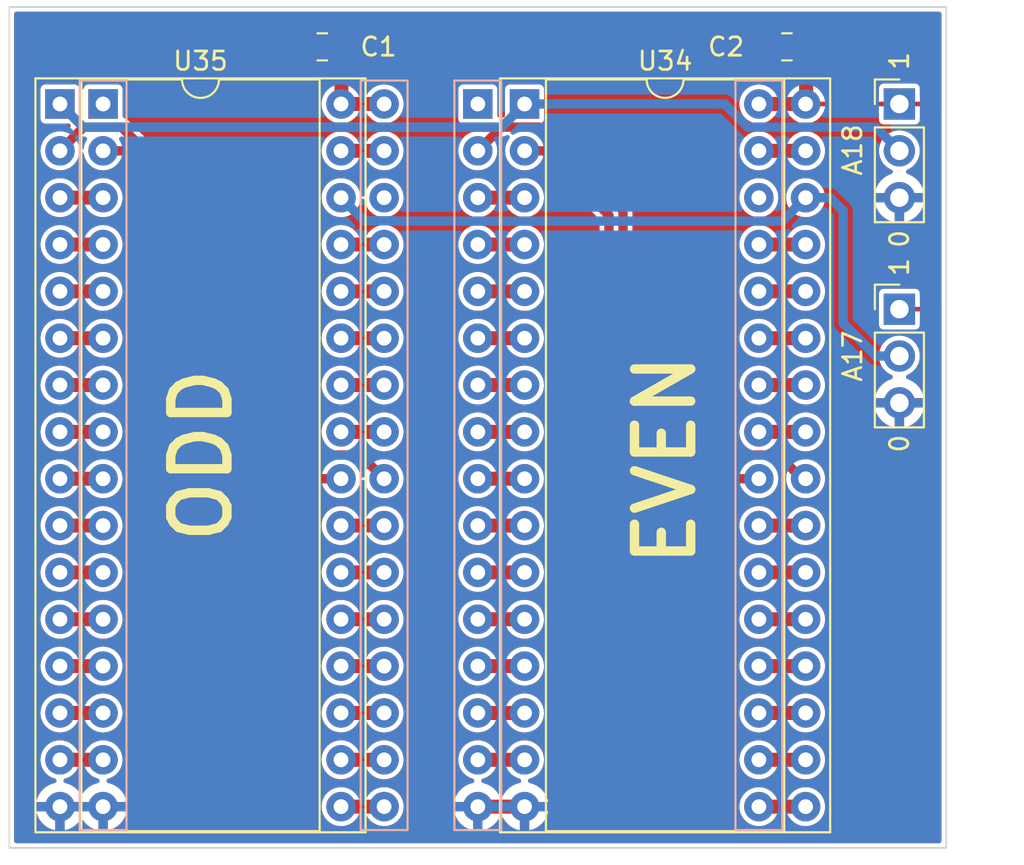
<source format=kicad_pcb>
(kicad_pcb (version 20210126) (generator pcbnew)
  (layers (0 "F.Cu" signal) (31 "B.Cu" signal) (34 "B.Paste" user) (35 "F.Paste" user) (36 "B.SilkS" user "B.Silkscreen") (37 "F.SilkS" user "F.Silkscreen") (38 "B.Mask" user) (39 "F.Mask" user) (44 "Edge.Cuts" user))
  (net 0 "")
  (net 1 "/VCC")
  (net 2 "/A_PGM")
  (net 3 "/A_D2")
  (net 5 "/A_D1")
  (net 6 "/A_A14")
  (net 7 "/A_D0")
  (net 8 "/A_A13")
  (net 9 "/A_A0")
  (net 10 "/A_A8")
  (net 11 "/A_A1")
  (net 12 "/A_A9")
  (net 13 "/A_A2")
  (net 14 "/A_A11")
  (net 15 "/A_A3")
  (net 16 "/A_A16")
  (net 17 "/A_A4")
  (net 18 "/A_A10")
  (net 19 "/A_A5")
  (net 20 "/A_CE")
  (net 21 "/A_A6")
  (net 22 "/A_D7")
  (net 23 "/A_A7")
  (net 24 "/A_D6")
  (net 25 "/A_A12")
  (net 26 "/A_D5")
  (net 27 "/A_A15")
  (net 28 "/A_D4")
  (net 29 "/A_OE")
  (net 30 "/A_D3")
  (net 32 "/A17")
  (net 33 "/A18")
  (net 34 "/B_PGM")
  (net 35 "/B_D2")
  (net 37 "/B_D1")
  (net 38 "/B_A14")
  (net 39 "/B_D0")
  (net 40 "/B_A13")
  (net 41 "/B_A0")
  (net 42 "/B_A8")
  (net 43 "/B_A1")
  (net 44 "/B_A9")
  (net 45 "/B_A2")
  (net 46 "/B_A11")
  (net 47 "/B_A3")
  (net 48 "/B_A16")
  (net 49 "/B_A4")
  (net 50 "/B_A10")
  (net 51 "/B_A5")
  (net 52 "/B_CE")
  (net 53 "/B_A6")
  (net 54 "/B_D7")
  (net 55 "/B_A7")
  (net 56 "/B_D6")
  (net 57 "/B_A12")
  (net 58 "/B_D5")
  (net 59 "/B_A15")
  (net 60 "/B_D4")
  (net 61 "/B_OE")
  (net 62 "/B_D3")
  (net 64 "GND")
  (footprint "Package_DIP:DIP-32_W15.24mm_Socket" (layer "F.Cu") (at 94.1832 47.2948)
    (fp_text reference "U35" (at 7.62 -2.33) (layer "F.SilkS"))
    (fp_text value "SST39SF040")
    (fp_line (start -1.33 39.49) (end 16.57 39.49) (layer "F.SilkS") (width 0.12))
    (fp_line (start -1.33 -1.39) (end -1.33 39.49) (layer "F.SilkS") (width 0.12))
    (fp_line (start 16.57 -1.39) (end -1.33 -1.39) (layer "F.SilkS") (width 0.12))
    (fp_line (start 16.57 39.49) (end 16.57 -1.39) (layer "F.SilkS") (width 0.12))
    (fp_line (start 14.08 39.43) (end 14.08 -1.33) (layer "F.SilkS") (width 0.12))
    (fp_line (start 1.16 39.43) (end 14.08 39.43) (layer "F.SilkS") (width 0.12))
    (fp_line (start 1.16 -1.33) (end 1.16 39.43) (layer "F.SilkS") (width 0.12))
    (fp_line (start 14.08 -1.33) (end 8.62 -1.33) (layer "F.SilkS") (width 0.12))
    (fp_line (start 6.62 -1.33) (end 1.16 -1.33) (layer "F.SilkS") (width 0.12))
    (fp_arc (start 7.62 -1.33) (end 6.62 -1.33) (angle -180) (layer "F.SilkS") (width 0.12))
    (pad "1" thru_hole rect (at 0 0) (size 1.6 1.6) (drill 0.8) (layers *.Cu *.Mask) (net 33 "/A18"))
    (pad "2" thru_hole oval (at 0 2.54) (size 1.6 1.6) (drill 0.8) (layers *.Cu *.Mask) (net 48 "/B_A16"))
    (pad "3" thru_hole oval (at 0 5.08) (size 1.6 1.6) (drill 0.8) (layers *.Cu *.Mask) (net 59 "/B_A15"))
    (pad "4" thru_hole oval (at 0 7.62) (size 1.6 1.6) (drill 0.8) (layers *.Cu *.Mask) (net 57 "/B_A12"))
    (pad "5" thru_hole oval (at 0 10.16) (size 1.6 1.6) (drill 0.8) (layers *.Cu *.Mask) (net 55 "/B_A7"))
    (pad "6" thru_hole oval (at 0 12.7) (size 1.6 1.6) (drill 0.8) (layers *.Cu *.Mask) (net 53 "/B_A6"))
    (pad "7" thru_hole oval (at 0 15.24) (size 1.6 1.6) (drill 0.8) (layers *.Cu *.Mask) (net 51 "/B_A5"))
    (pad "8" thru_hole oval (at 0 17.78) (size 1.6 1.6) (drill 0.8) (layers *.Cu *.Mask) (net 49 "/B_A4"))
    (pad "9" thru_hole oval (at 0 20.32) (size 1.6 1.6) (drill 0.8) (layers *.Cu *.Mask) (net 47 "/B_A3"))
    (pad "10" thru_hole oval (at 0 22.86) (size 1.6 1.6) (drill 0.8) (layers *.Cu *.Mask) (net 45 "/B_A2"))
    (pad "11" thru_hole oval (at 0 25.4) (size 1.6 1.6) (drill 0.8) (layers *.Cu *.Mask) (net 43 "/B_A1"))
    (pad "12" thru_hole oval (at 0 27.94) (size 1.6 1.6) (drill 0.8) (layers *.Cu *.Mask) (net 41 "/B_A0"))
    (pad "13" thru_hole oval (at 0 30.48) (size 1.6 1.6) (drill 0.8) (layers *.Cu *.Mask) (net 39 "/B_D0"))
    (pad "14" thru_hole oval (at 0 33.02) (size 1.6 1.6) (drill 0.8) (layers *.Cu *.Mask) (net 37 "/B_D1"))
    (pad "15" thru_hole oval (at 0 35.56) (size 1.6 1.6) (drill 0.8) (layers *.Cu *.Mask) (net 35 "/B_D2"))
    (pad "16" thru_hole oval (at 0 38.1) (size 1.6 1.6) (drill 0.8) (layers *.Cu *.Mask) (net 64 "GND"))
    (pad "17" thru_hole oval (at 15.24 38.1) (size 1.6 1.6) (drill 0.8) (layers *.Cu *.Mask) (net 62 "/B_D3"))
    (pad "18" thru_hole oval (at 15.24 35.56) (size 1.6 1.6) (drill 0.8) (layers *.Cu *.Mask) (net 60 "/B_D4"))
    (pad "19" thru_hole oval (at 15.24 33.02) (size 1.6 1.6) (drill 0.8) (layers *.Cu *.Mask) (net 58 "/B_D5"))
    (pad "20" thru_hole oval (at 15.24 30.48) (size 1.6 1.6) (drill 0.8) (layers *.Cu *.Mask) (net 56 "/B_D6"))
    (pad "21" thru_hole oval (at 15.24 27.94) (size 1.6 1.6) (drill 0.8) (layers *.Cu *.Mask) (net 54 "/B_D7"))
    (pad "22" thru_hole oval (at 15.24 25.4) (size 1.6 1.6) (drill 0.8) (layers *.Cu *.Mask) (net 52 "/B_CE"))
    (pad "23" thru_hole oval (at 15.24 22.86) (size 1.6 1.6) (drill 0.8) (layers *.Cu *.Mask) (net 50 "/B_A10"))
    (pad "24" thru_hole oval (at 15.24 20.32) (size 1.6 1.6) (drill 0.8) (layers *.Cu *.Mask) (net 61 "/B_OE"))
    (pad "25" thru_hole oval (at 15.24 17.78) (size 1.6 1.6) (drill 0.8) (layers *.Cu *.Mask) (net 46 "/B_A11"))
    (pad "26" thru_hole oval (at 15.24 15.24) (size 1.6 1.6) (drill 0.8) (layers *.Cu *.Mask) (net 44 "/B_A9"))
    (pad "27" thru_hole oval (at 15.24 12.7) (size 1.6 1.6) (drill 0.8) (layers *.Cu *.Mask) (net 42 "/B_A8"))
    (pad "28" thru_hole oval (at 15.24 10.16) (size 1.6 1.6) (drill 0.8) (layers *.Cu *.Mask) (net 40 "/B_A13"))
    (pad "29" thru_hole oval (at 15.24 7.62) (size 1.6 1.6) (drill 0.8) (layers *.Cu *.Mask) (net 38 "/B_A14"))
    (pad "30" thru_hole oval (at 15.24 5.08) (size 1.6 1.6) (drill 0.8) (layers *.Cu *.Mask) (net 32 "/A17"))
    (pad "31" thru_hole oval (at 15.24 2.54) (size 1.6 1.6) (drill 0.8) (layers *.Cu *.Mask) (net 34 "/B_PGM"))
    (pad "32" thru_hole oval (at 15.24 0) (size 1.6 1.6) (drill 0.8) (layers *.Cu *.Mask) (net 1 "/VCC"))
  )
  (footprint "Connector_PinHeader_2.54mm:PinHeader_1x03_P2.54mm_Vertical" (layer "F.Cu") (at 139.7 47.2948)
    (fp_text reference "A18" (at -2.54 2.4892 90) (layer "F.SilkS"))
    (fp_text value "Conn_01x03_Male")
    (fp_line (start 1.33 1.27) (end 1.33 6.41) (layer "F.SilkS") (width 0.12))
    (fp_line (start -1.33 1.27) (end -1.33 6.41) (layer "F.SilkS") (width 0.12))
    (fp_line (start -1.33 1.27) (end 1.33 1.27) (layer "F.SilkS") (width 0.12))
    (fp_line (start -1.33 6.41) (end 1.33 6.41) (layer "F.SilkS") (width 0.12))
    (fp_line (start -1.33 -1.33) (end 0 -1.33) (layer "F.SilkS") (width 0.12))
    (fp_line (start -1.33 0) (end -1.33 -1.33) (layer "F.SilkS") (width 0.12))
    (pad "1" thru_hole rect (at 0 0) (size 1.7 1.7) (drill 1) (layers *.Cu *.Mask) (net 1 "/VCC"))
    (pad "2" thru_hole oval (at 0 2.54) (size 1.7 1.7) (drill 1) (layers *.Cu *.Mask) (net 33 "/A18"))
    (pad "3" thru_hole oval (at 0 5.08) (size 1.7 1.7) (drill 1) (layers *.Cu *.Mask) (net 64 "GND"))
  )
  (footprint "Capacitor_SMD:C_0805_2012Metric_Pad1.18x1.45mm_HandSolder" (layer "F.Cu") (at 108.4072 44.196 180)
    (fp_text reference "C1" (at -3.048 0) (layer "F.SilkS"))
    (fp_text value "C")
    (fp_line (start -0.261252 -0.735) (end 0.261252 -0.735) (layer "F.SilkS") (width 0.12))
    (fp_line (start -0.261252 0.735) (end 0.261252 0.735) (layer "F.SilkS") (width 0.12))
    (pad "1" smd roundrect (at -1.0375 0 180) (size 1.175 1.45) (layers "F.Cu" "F.Paste" "F.Mask") (roundrect_rratio 0.2127659574468085) (net 1 "/VCC"))
    (pad "2" smd roundrect (at 1.0375 0 180) (size 1.175 1.45) (layers "F.Cu" "F.Paste" "F.Mask") (roundrect_rratio 0.2127659574468085) (net 64 "GND"))
  )
  (footprint "Connector_PinHeader_2.54mm:PinHeader_1x03_P2.54mm_Vertical" (layer "F.Cu") (at 139.7 58.42)
    (fp_text reference "A17" (at -2.54 2.54 90) (layer "F.SilkS"))
    (fp_text value "Conn_01x03_Male")
    (fp_line (start 1.33 1.27) (end 1.33 6.41) (layer "F.SilkS") (width 0.12))
    (fp_line (start -1.33 6.41) (end 1.33 6.41) (layer "F.SilkS") (width 0.12))
    (fp_line (start -1.33 -1.33) (end 0 -1.33) (layer "F.SilkS") (width 0.12))
    (fp_line (start -1.33 1.27) (end -1.33 6.41) (layer "F.SilkS") (width 0.12))
    (fp_line (start -1.33 0) (end -1.33 -1.33) (layer "F.SilkS") (width 0.12))
    (fp_line (start -1.33 1.27) (end 1.33 1.27) (layer "F.SilkS") (width 0.12))
    (pad "1" thru_hole rect (at 0 0) (size 1.7 1.7) (drill 1) (layers *.Cu *.Mask) (net 1 "/VCC"))
    (pad "2" thru_hole oval (at 0 2.54) (size 1.7 1.7) (drill 1) (layers *.Cu *.Mask) (net 32 "/A17"))
    (pad "3" thru_hole oval (at 0 5.08) (size 1.7 1.7) (drill 1) (layers *.Cu *.Mask) (net 64 "GND"))
  )
  (footprint "Package_DIP:DIP-32_W15.24mm_Socket" (layer "F.Cu") (at 119.375 47.2948)
    (fp_text reference "U34" (at 7.619996 -2.329993) (layer "F.SilkS"))
    (fp_text value "SST39SF040")
    (fp_line (start 6.62 -1.33) (end 1.16 -1.33) (layer "F.SilkS") (width 0.12))
    (fp_line (start -1.33 39.49) (end 16.57 39.49) (layer "F.SilkS") (width 0.12))
    (fp_line (start 16.57 -1.39) (end -1.33 -1.39) (layer "F.SilkS") (width 0.12))
    (fp_line (start 14.08 39.43) (end 14.08 -1.33) (layer "F.SilkS") (width 0.12))
    (fp_line (start -1.33 -1.39) (end -1.33 39.49) (layer "F.SilkS") (width 0.12))
    (fp_line (start 1.16 -1.33) (end 1.16 39.43) (layer "F.SilkS") (width 0.12))
    (fp_line (start 1.16 39.43) (end 14.08 39.43) (layer "F.SilkS") (width 0.12))
    (fp_line (start 16.57 39.49) (end 16.57 -1.39) (layer "F.SilkS") (width 0.12))
    (fp_line (start 14.08 -1.33) (end 8.62 -1.33) (layer "F.SilkS") (width 0.12))
    (fp_arc (start 7.62 -1.33) (end 6.62 -1.33) (angle -180) (layer "F.SilkS") (width 0.12))
    (pad "1" thru_hole rect (at 0 0) (size 1.6 1.6) (drill 0.8) (layers *.Cu *.Mask) (net 33 "/A18"))
    (pad "2" thru_hole oval (at 0 2.54) (size 1.6 1.6) (drill 0.8) (layers *.Cu *.Mask) (net 16 "/A_A16"))
    (pad "3" thru_hole oval (at 0 5.08) (size 1.6 1.6) (drill 0.8) (layers *.Cu *.Mask) (net 27 "/A_A15"))
    (pad "4" thru_hole oval (at 0 7.62) (size 1.6 1.6) (drill 0.8) (layers *.Cu *.Mask) (net 25 "/A_A12"))
    (pad "5" thru_hole oval (at 0 10.16) (size 1.6 1.6) (drill 0.8) (layers *.Cu *.Mask) (net 23 "/A_A7"))
    (pad "6" thru_hole oval (at 0 12.7) (size 1.6 1.6) (drill 0.8) (layers *.Cu *.Mask) (net 21 "/A_A6"))
    (pad "7" thru_hole oval (at 0 15.24) (size 1.6 1.6) (drill 0.8) (layers *.Cu *.Mask) (net 19 "/A_A5"))
    (pad "8" thru_hole oval (at 0 17.78) (size 1.6 1.6) (drill 0.8) (layers *.Cu *.Mask) (net 17 "/A_A4"))
    (pad "9" thru_hole oval (at 0 20.32) (size 1.6 1.6) (drill 0.8) (layers *.Cu *.Mask) (net 15 "/A_A3"))
    (pad "10" thru_hole oval (at 0 22.86) (size 1.6 1.6) (drill 0.8) (layers *.Cu *.Mask) (net 13 "/A_A2"))
    (pad "11" thru_hole oval (at 0 25.4) (size 1.6 1.6) (drill 0.8) (layers *.Cu *.Mask) (net 11 "/A_A1"))
    (pad "12" thru_hole oval (at 0 27.94) (size 1.6 1.6) (drill 0.8) (layers *.Cu *.Mask) (net 9 "/A_A0"))
    (pad "13" thru_hole oval (at 0 30.48) (size 1.6 1.6) (drill 0.8) (layers *.Cu *.Mask) (net 7 "/A_D0"))
    (pad "14" thru_hole oval (at 0 33.02) (size 1.6 1.6) (drill 0.8) (layers *.Cu *.Mask) (net 5 "/A_D1"))
    (pad "15" thru_hole oval (at 0 35.56) (size 1.6 1.6) (drill 0.8) (layers *.Cu *.Mask) (net 3 "/A_D2"))
    (pad "16" thru_hole oval (at 0 38.1) (size 1.6 1.6) (drill 0.8) (layers *.Cu *.Mask) (net 64 "GND"))
    (pad "17" thru_hole oval (at 15.24 38.1) (size 1.6 1.6) (drill 0.8) (layers *.Cu *.Mask) (net 30 "/A_D3"))
    (pad "18" thru_hole oval (at 15.24 35.56) (size 1.6 1.6) (drill 0.8) (layers *.Cu *.Mask) (net 28 "/A_D4"))
    (pad "19" thru_hole oval (at 15.24 33.02) (size 1.6 1.6) (drill 0.8) (layers *.Cu *.Mask) (net 26 "/A_D5"))
    (pad "20" thru_hole oval (at 15.24 30.48) (size 1.6 1.6) (drill 0.8) (layers *.Cu *.Mask) (net 24 "/A_D6"))
    (pad "21" thru_hole oval (at 15.24 27.94) (size 1.6 1.6) (drill 0.8) (layers *.Cu *.Mask) (net 22 "/A_D7"))
    (pad "22" thru_hole oval (at 15.24 25.4) (size 1.6 1.6) (drill 0.8) (layers *.Cu *.Mask) (net 20 "/A_CE"))
    (pad "23" thru_hole oval (at 15.24 22.86) (size 1.6 1.6) (drill 0.8) (layers *.Cu *.Mask) (net 18 "/A_A10"))
    (pad "24" thru_hole oval (at 15.24 20.32) (size 1.6 1.6) (drill 0.8) (layers *.Cu *.Mask) (net 29 "/A_OE"))
    (pad "25" thru_hole oval (at 15.24 17.78) (size 1.6 1.6) (drill 0.8) (layers *.Cu *.Mask) (net 14 "/A_A11"))
    (pad "26" thru_hole oval (at 15.24 15.24) (size 1.6 1.6) (drill 0.8) (layers *.Cu *.Mask) (net 12 "/A_A9"))
    (pad "27" thru_hole oval (at 15.24 12.7) (size 1.6 1.6) (drill 0.8) (layers *.Cu *.Mask) (net 10 "/A_A8"))
    (pad "28" thru_hole oval (at 15.24 10.16) (size 1.6 1.6) (drill 0.8) (layers *.Cu *.Mask) (net 8 "/A_A13"))
    (pad "29" thru_hole oval (at 15.24 7.62) (size 1.6 1.6) (drill 0.8) (layers *.Cu *.Mask) (net 6 "/A_A14"))
    (pad "30" thru_hole oval (at 15.24 5.08) (size 1.6 1.6) (drill 0.8) (layers *.Cu *.Mask) (net 32 "/A17"))
    (pad "31" thru_hole oval (at 15.24 2.54) (size 1.6 1.6) (drill 0.8) (layers *.Cu *.Mask) (net 2 "/A_PGM"))
    (pad "32" thru_hole oval (at 15.24 0) (size 1.6 1.6) (drill 0.8) (layers *.Cu *.Mask) (net 1 "/VCC"))
  )
  (footprint "Package_DIP:DIP-32_W15.24mm" (layer "F.Cu") (at 116.84 47.2948)
    (fp_text reference "U1" hide)
    (fp_text value "27C1000" hide)
    (fp_rect (start -1.27 -1.27) (end 1.27 39.37) (layer "B.SilkS") (width 0.12) (fill none))
    (fp_rect (start 13.97 -1.27) (end 16.51 39.37) (layer "B.SilkS") (width 0.12) (fill none))
    (pad "1" thru_hole rect (at 0 0) (size 1.6 1.6) (drill 0.8) (layers *.Cu *.Mask))
    (pad "2" thru_hole oval (at 0 2.54) (size 1.6 1.6) (drill 0.8) (layers *.Cu *.Mask) (net 29 "/A_OE"))
    (pad "3" thru_hole oval (at 0 5.08) (size 1.6 1.6) (drill 0.8) (layers *.Cu *.Mask) (net 27 "/A_A15"))
    (pad "4" thru_hole oval (at 0 7.62) (size 1.6 1.6) (drill 0.8) (layers *.Cu *.Mask) (net 25 "/A_A12"))
    (pad "5" thru_hole oval (at 0 10.16) (size 1.6 1.6) (drill 0.8) (layers *.Cu *.Mask) (net 23 "/A_A7"))
    (pad "6" thru_hole oval (at 0 12.7) (size 1.6 1.6) (drill 0.8) (layers *.Cu *.Mask) (net 21 "/A_A6"))
    (pad "7" thru_hole oval (at 0 15.24) (size 1.6 1.6) (drill 0.8) (layers *.Cu *.Mask) (net 19 "/A_A5"))
    (pad "8" thru_hole oval (at 0 17.78) (size 1.6 1.6) (drill 0.8) (layers *.Cu *.Mask) (net 17 "/A_A4"))
    (pad "9" thru_hole oval (at 0 20.32) (size 1.6 1.6) (drill 0.8) (layers *.Cu *.Mask) (net 15 "/A_A3"))
    (pad "10" thru_hole oval (at 0 22.86) (size 1.6 1.6) (drill 0.8) (layers *.Cu *.Mask) (net 13 "/A_A2"))
    (pad "11" thru_hole oval (at 0 25.4) (size 1.6 1.6) (drill 0.8) (layers *.Cu *.Mask) (net 11 "/A_A1"))
    (pad "12" thru_hole oval (at 0 27.94) (size 1.6 1.6) (drill 0.8) (layers *.Cu *.Mask) (net 9 "/A_A0"))
    (pad "13" thru_hole oval (at 0 30.48) (size 1.6 1.6) (drill 0.8) (layers *.Cu *.Mask) (net 7 "/A_D0"))
    (pad "14" thru_hole oval (at 0 33.02) (size 1.6 1.6) (drill 0.8) (layers *.Cu *.Mask) (net 5 "/A_D1"))
    (pad "15" thru_hole oval (at 0 35.56) (size 1.6 1.6) (drill 0.8) (layers *.Cu *.Mask) (net 3 "/A_D2"))
    (pad "16" thru_hole oval (at 0 38.1) (size 1.6 1.6) (drill 0.8) (layers *.Cu *.Mask) (net 64 "GND"))
    (pad "17" thru_hole oval (at 15.24 38.1) (size 1.6 1.6) (drill 0.8) (layers *.Cu *.Mask) (net 30 "/A_D3"))
    (pad "18" thru_hole oval (at 15.24 35.56) (size 1.6 1.6) (drill 0.8) (layers *.Cu *.Mask) (net 28 "/A_D4"))
    (pad "19" thru_hole oval (at 15.24 33.02) (size 1.6 1.6) (drill 0.8) (layers *.Cu *.Mask) (net 26 "/A_D5"))
    (pad "20" thru_hole oval (at 15.24 30.48) (size 1.6 1.6) (drill 0.8) (layers *.Cu *.Mask) (net 24 "/A_D6"))
    (pad "21" thru_hole oval (at 15.24 27.94) (size 1.6 1.6) (drill 0.8) (layers *.Cu *.Mask) (net 22 "/A_D7"))
    (pad "22" thru_hole oval (at 15.24 25.4) (size 1.6 1.6) (drill 0.8) (layers *.Cu *.Mask) (net 20 "/A_CE"))
    (pad "23" thru_hole oval (at 15.24 22.86) (size 1.6 1.6) (drill 0.8) (layers *.Cu *.Mask) (net 18 "/A_A10"))
    (pad "24" thru_hole oval (at 15.24 20.32) (size 1.6 1.6) (drill 0.8) (layers *.Cu *.Mask) (net 16 "/A_A16"))
    (pad "25" thru_hole oval (at 15.24 17.78) (size 1.6 1.6) (drill 0.8) (layers *.Cu *.Mask) (net 14 "/A_A11"))
    (pad "26" thru_hole oval (at 15.24 15.24) (size 1.6 1.6) (drill 0.8) (layers *.Cu *.Mask) (net 12 "/A_A9"))
    (pad "27" thru_hole oval (at 15.24 12.7) (size 1.6 1.6) (drill 0.8) (layers *.Cu *.Mask) (net 10 "/A_A8"))
    (pad "28" thru_hole oval (at 15.24 10.16) (size 1.6 1.6) (drill 0.8) (layers *.Cu *.Mask) (net 8 "/A_A13"))
    (pad "29" thru_hole oval (at 15.24 7.62) (size 1.6 1.6) (drill 0.8) (layers *.Cu *.Mask) (net 6 "/A_A14"))
    (pad "30" thru_hole oval (at 15.24 5.08) (size 1.6 1.6) (drill 0.8) (layers *.Cu *.Mask))
    (pad "31" thru_hole oval (at 15.24 2.54) (size 1.6 1.6) (drill 0.8) (layers *.Cu *.Mask) (net 2 "/A_PGM"))
    (pad "32" thru_hole oval (at 15.24 0) (size 1.6 1.6) (drill 0.8) (layers *.Cu *.Mask) (net 1 "/VCC"))
  )
  (footprint "Capacitor_SMD:C_0805_2012Metric_Pad1.18x1.45mm_HandSolder" (layer "F.Cu") (at 133.604 44.196 180)
    (fp_text reference "C2" (at 3.302 0) (layer "F.SilkS"))
    (fp_text value "C")
    (fp_line (start -0.261252 0.735) (end 0.261252 0.735) (layer "F.SilkS") (width 0.12))
    (fp_line (start -0.261252 -0.735) (end 0.261252 -0.735) (layer "F.SilkS") (width 0.12))
    (pad "1" smd roundrect (at -1.0375 0 180) (size 1.175 1.45) (layers "F.Cu" "F.Paste" "F.Mask") (roundrect_rratio 0.2127659574468085) (net 1 "/VCC"))
    (pad "2" smd roundrect (at 1.0375 0 180) (size 1.175 1.45) (layers "F.Cu" "F.Paste" "F.Mask") (roundrect_rratio 0.2127659574468085) (net 64 "GND"))
  )
  (footprint "Package_DIP:DIP-32_W15.24mm" (layer "F.Cu") (at 96.52 47.2948)
    (fp_text reference "U2" hide)
    (fp_text value "27C1000" hide)
    (fp_rect (start -1.27 -1.27) (end 1.27 39.37) (layer "B.SilkS") (width 0.12) (fill none))
    (fp_rect (start 13.97 -1.27) (end 16.51 39.37) (layer "B.SilkS") (width 0.12) (fill none))
    (pad "1" thru_hole rect (at 0 0) (size 1.6 1.6) (drill 0.8) (layers *.Cu *.Mask))
    (pad "2" thru_hole oval (at 0 2.54) (size 1.6 1.6) (drill 0.8) (layers *.Cu *.Mask) (net 61 "/B_OE"))
    (pad "3" thru_hole oval (at 0 5.08) (size 1.6 1.6) (drill 0.8) (layers *.Cu *.Mask) (net 59 "/B_A15"))
    (pad "4" thru_hole oval (at 0 7.62) (size 1.6 1.6) (drill 0.8) (layers *.Cu *.Mask) (net 57 "/B_A12"))
    (pad "5" thru_hole oval (at 0 10.16) (size 1.6 1.6) (drill 0.8) (layers *.Cu *.Mask) (net 55 "/B_A7"))
    (pad "6" thru_hole oval (at 0 12.7) (size 1.6 1.6) (drill 0.8) (layers *.Cu *.Mask) (net 53 "/B_A6"))
    (pad "7" thru_hole oval (at 0 15.24) (size 1.6 1.6) (drill 0.8) (layers *.Cu *.Mask) (net 51 "/B_A5"))
    (pad "8" thru_hole oval (at 0 17.78) (size 1.6 1.6) (drill 0.8) (layers *.Cu *.Mask) (net 49 "/B_A4"))
    (pad "9" thru_hole oval (at 0 20.32) (size 1.6 1.6) (drill 0.8) (layers *.Cu *.Mask) (net 47 "/B_A3"))
    (pad "10" thru_hole oval (at 0 22.86) (size 1.6 1.6) (drill 0.8) (layers *.Cu *.Mask) (net 45 "/B_A2"))
    (pad "11" thru_hole oval (at 0 25.4) (size 1.6 1.6) (drill 0.8) (layers *.Cu *.Mask) (net 43 "/B_A1"))
    (pad "12" thru_hole oval (at 0 27.94) (size 1.6 1.6) (drill 0.8) (layers *.Cu *.Mask) (net 41 "/B_A0"))
    (pad "13" thru_hole oval (at 0 30.48) (size 1.6 1.6) (drill 0.8) (layers *.Cu *.Mask) (net 39 "/B_D0"))
    (pad "14" thru_hole oval (at 0 33.02) (size 1.6 1.6) (drill 0.8) (layers *.Cu *.Mask) (net 37 "/B_D1"))
    (pad "15" thru_hole oval (at 0 35.56) (size 1.6 1.6) (drill 0.8) (layers *.Cu *.Mask) (net 35 "/B_D2"))
    (pad "16" thru_hole oval (at 0 38.1) (size 1.6 1.6) (drill 0.8) (layers *.Cu *.Mask) (net 64 "GND"))
    (pad "17" thru_hole oval (at 15.24 38.1) (size 1.6 1.6) (drill 0.8) (layers *.Cu *.Mask) (net 62 "/B_D3"))
    (pad "18" thru_hole oval (at 15.24 35.56) (size 1.6 1.6) (drill 0.8) (layers *.Cu *.Mask) (net 60 "/B_D4"))
    (pad "19" thru_hole oval (at 15.24 33.02) (size 1.6 1.6) (drill 0.8) (layers *.Cu *.Mask) (net 58 "/B_D5"))
    (pad "20" thru_hole oval (at 15.24 30.48) (size 1.6 1.6) (drill 0.8) (layers *.Cu *.Mask) (net 56 "/B_D6"))
    (pad "21" thru_hole oval (at 15.24 27.94) (size 1.6 1.6) (drill 0.8) (layers *.Cu *.Mask) (net 54 "/B_D7"))
    (pad "22" thru_hole oval (at 15.24 25.4) (size 1.6 1.6) (drill 0.8) (layers *.Cu *.Mask) (net 52 "/B_CE"))
    (pad "23" thru_hole oval (at 15.24 22.86) (size 1.6 1.6) (drill 0.8) (layers *.Cu *.Mask) (net 50 "/B_A10"))
    (pad "24" thru_hole oval (at 15.24 20.32) (size 1.6 1.6) (drill 0.8) (layers *.Cu *.Mask) (net 48 "/B_A16"))
    (pad "25" thru_hole oval (at 15.24 17.78) (size 1.6 1.6) (drill 0.8) (layers *.Cu *.Mask) (net 46 "/B_A11"))
    (pad "26" thru_hole oval (at 15.24 15.24) (size 1.6 1.6) (drill 0.8) (layers *.Cu *.Mask) (net 44 "/B_A9"))
    (pad "27" thru_hole oval (at 15.24 12.7) (size 1.6 1.6) (drill 0.8) (layers *.Cu *.Mask) (net 42 "/B_A8"))
    (pad "28" thru_hole oval (at 15.24 10.16) (size 1.6 1.6) (drill 0.8) (layers *.Cu *.Mask) (net 40 "/B_A13"))
    (pad "29" thru_hole oval (at 15.24 7.62) (size 1.6 1.6) (drill 0.8) (layers *.Cu *.Mask) (net 38 "/B_A14"))
    (pad "30" thru_hole oval (at 15.24 5.08) (size 1.6 1.6) (drill 0.8) (layers *.Cu *.Mask))
    (pad "31" thru_hole oval (at 15.24 2.54) (size 1.6 1.6) (drill 0.8) (layers *.Cu *.Mask) (net 34 "/B_PGM"))
    (pad "32" thru_hole oval (at 15.24 0) (size 1.6 1.6) (drill 0.8) (layers *.Cu *.Mask) (net 1 "/VCC"))
  )
  (gr_rect (start 91.44 42.037) (end 142.24 87.63) (layer "Edge.Cuts") (width 0.1) (fill none))
  (gr_text "0" (at 139.7 65.7098 90) (layer "F.SilkS") (effects (font (size 1 1))))
  (gr_text "1" (at 139.7 56.134 90) (layer "F.SilkS") (effects (font (size 1 1))))
  (gr_text "EVEN" (at 127 66.5988 90) (layer "F.SilkS") (effects (font (size 3.048 3.048) (thickness 0.508))))
  (gr_text "ODD" (at 101.854 66.3448 90) (layer "F.SilkS") (effects (font (size 3.048 3.048) (thickness 0.508))))
  (gr_text "0" (at 139.7 54.61 90) (layer "F.SilkS") (effects (font (size 1 1))))
  (gr_text "1" (at 139.7 44.958 90) (layer "F.SilkS") (effects (font (size 1 1))))
  (segment (start 134.62 47.2948) (end 132.08 47.2948) (width 0.762) (layer "F.Cu") (net 1))
  (segment (start 141.478 57.9628) (end 141.0208 58.42) (width 0.25) (layer "F.Cu") (net 1))
  (segment (start 134.6415 47.2733) (end 134.62 47.2948) (width 0.762) (layer "F.Cu") (net 1))
  (segment (start 109.4447 44.196) (end 109.4447 47.2733) (width 0.762) (layer "F.Cu") (net 1))
  (segment (start 111.76 47.2948) (end 109.4232 47.2948) (width 0.762) (layer "F.Cu") (net 1))
  (segment (start 134.6415 44.196) (end 134.6415 47.2733) (width 0.762) (layer "F.Cu") (net 1))
  (segment (start 139.7 47.2948) (end 134.62 47.2948) (width 0.25) (layer "F.Cu") (net 1))
  (segment (start 109.4447 47.2733) (end 109.4232 47.2948) (width 0.762) (layer "F.Cu") (net 1))
  (segment (start 139.7 47.2948) (end 140.97 47.2948) (width 0.25) (layer "F.Cu") (net 1))
  (segment (start 141.0208 58.42) (end 139.7 58.42) (width 0.25) (layer "F.Cu") (net 1))
  (segment (start 141.478 47.8028) (end 141.478 57.9628) (width 0.25) (layer "F.Cu") (net 1))
  (segment (start 140.97 47.2948) (end 141.478 47.8028) (width 0.25) (layer "F.Cu") (net 1))
  (segment (start 134.62 49.8348) (end 132.08 49.8348) (width 0.762) (layer "F.Cu") (net 2))
  (segment (start 119.38 82.8548) (end 116.84 82.8548) (width 0.762) (layer "F.Cu") (net 3))
  (segment (start 119.38 80.3148) (end 116.84 80.3148) (width 0.762) (layer "F.Cu") (net 5))
  (segment (start 134.62 54.9148) (end 132.08 54.9148) (width 0.762) (layer "F.Cu") (net 6))
  (segment (start 119.38 77.7748) (end 116.84 77.7748) (width 0.762) (layer "F.Cu") (net 7))
  (segment (start 134.62 57.4548) (end 132.08 57.4548) (width 0.762) (layer "F.Cu") (net 8))
  (segment (start 119.38 75.2348) (end 116.84 75.2348) (width 0.762) (layer "F.Cu") (net 9))
  (segment (start 134.62 59.9948) (end 132.08 59.9948) (width 0.762) (layer "F.Cu") (net 10))
  (segment (start 119.38 72.6948) (end 116.84 72.6948) (width 0.762) (layer "F.Cu") (net 11))
  (segment (start 134.62 62.5348) (end 132.08 62.5348) (width 0.762) (layer "F.Cu") (net 12))
  (segment (start 119.38 70.1548) (end 116.84 70.1548) (width 0.762) (layer "F.Cu") (net 13))
  (segment (start 134.62 65.0748) (end 132.08 65.0748) (width 0.762) (layer "F.Cu") (net 14))
  (segment (start 119.38 67.6148) (end 116.84 67.6148) (width 0.762) (layer "F.Cu") (net 15))
  (segment (start 120.4468 49.8348) (end 119.1768 49.8348) (width 0.508) (layer "F.Cu") (net 16))
  (segment (start 123.952 53.34) (end 120.4468 49.8348) (width 0.508) (layer "F.Cu") (net 16))
  (segment (start 123.952 60.96) (end 123.952 53.34) (width 0.508) (layer "F.Cu") (net 16))
  (segment (start 130.6068 67.6148) (end 123.952 60.96) (width 0.508) (layer "F.Cu") (net 16))
  (segment (start 132.08 67.6148) (end 130.6068 67.6148) (width 0.508) (layer "F.Cu") (net 16))
  (segment (start 119.38 65.0748) (end 116.84 65.0748) (width 0.762) (layer "F.Cu") (net 17))
  (segment (start 134.62 70.1548) (end 132.08 70.1548) (width 0.762) (layer "F.Cu") (net 18))
  (segment (start 119.38 62.5348) (end 116.84 62.5348) (width 0.762) (layer "F.Cu") (net 19))
  (segment (start 132.08 72.6948) (end 134.62 72.6948) (width 0.762) (layer "F.Cu") (net 20))
  (segment (start 119.38 59.9948) (end 116.84 59.9948) (width 0.762) (layer "F.Cu") (net 21))
  (segment (start 134.62 75.2348) (end 132.08 75.2348) (width 0.762) (layer "F.Cu") (net 22))
  (segment (start 119.38 57.4548) (end 116.84 57.4548) (width 0.762) (layer "F.Cu") (net 23))
  (segment (start 132.08 77.7748) (end 134.62 77.7748) (width 0.762) (layer "F.Cu") (net 24))
  (segment (start 119.38 54.9148) (end 116.84 54.9148) (width 0.762) (layer "F.Cu") (net 25))
  (segment (start 134.62 80.3148) (end 132.08 80.3148) (width 0.762) (layer "F.Cu") (net 26))
  (segment (start 119.38 52.3748) (end 116.84 52.3748) (width 0.762) (layer "F.Cu") (net 27))
  (segment (start 132.08 82.8548) (end 134.62 82.8548) (width 0.762) (layer "F.Cu") (net 28))
  (segment (start 124.714 60.706) (end 124.714 53.086) (width 0.508) (layer "F.Cu") (net 29))
  (segment (start 120.176811 48.548811) (end 118.125989 48.548811) (width 0.508) (layer "F.Cu") (net 29))
  (segment (start 130.336811 66.328811) (end 124.714 60.706) (width 0.508) (layer "F.Cu") (net 29))
  (segment (start 118.125989 48.548811) (end 116.84 49.8348) (width 0.508) (layer "F.Cu") (net 29))
  (segment (start 133.130811 66.328811) (end 130.336811 66.328811) (width 0.508) (layer "F.Cu") (net 29))
  (segment (start 124.714 53.086) (end 120.176811 48.548811) (width 0.508) (layer "F.Cu") (net 29))
  (segment (start 134.4168 67.6148) (end 133.130811 66.328811) (width 0.508) (layer "F.Cu") (net 29))
  (segment (start 134.62 85.3948) (end 132.08 85.3948) (width 0.762) (layer "F.Cu") (net 30))
  (segment (start 110.677211 53.628811) (end 112.329948 53.628811) (width 0.508) (layer "B.Cu") (net 32))
  (segment (start 136.652 59.182) (end 136.652 53.086) (width 0.508) (layer "B.Cu") (net 32))
  (segment (start 109.4232 52.3748) (end 110.677211 53.628811) (width 0.508) (layer "B.Cu") (net 32))
  (segment (start 136.652 53.086) (end 135.9408 52.3748) (width 0.508) (layer "B.Cu") (net 32))
  (segment (start 133.35 53.6448) (end 133.365989 53.628811) (width 0.508) (layer "B.Cu") (net 32))
  (segment (start 139.7 60.96) (end 138.43 60.96) (width 0.508) (layer "B.Cu") (net 32))
  (segment (start 135.9408 52.3748) (end 134.62 52.3748) (width 0.508) (layer "B.Cu") (net 32))
  (segment (start 133.35 53.6448) (end 134.62 52.3748) (width 0.508) (layer "B.Cu") (net 32))
  (segment (start 112.329948 53.628811) (end 112.345937 53.6448) (width 0.508) (layer "B.Cu") (net 32))
  (segment (start 112.345937 53.6448) (end 133.35 53.6448) (width 0.508) (layer "B.Cu") (net 32))
  (segment (start 138.43 60.96) (end 136.652 59.182) (width 0.508) (layer "B.Cu") (net 32))
  (segment (start 95.437211 48.548811) (end 118.125989 48.548811) (width 0.508) (layer "B.Cu") (net 33))
  (segment (start 118.125989 48.548811) (end 119.38 47.2948) (width 0.508) (layer "B.Cu") (net 33))
  (segment (start 97.089948 48.548811) (end 118.125989 48.548811) (width 0.508) (layer "B.Cu") (net 33))
  (segment (start 138.414011 48.548811) (end 131.478074 48.548811) (width 0.508) (layer "B.Cu") (net 33))
  (segment (start 131.478074 48.548811) (end 130.224063 47.2948) (width 0.508) (layer "B.Cu") (net 33))
  (segment (start 130.224063 47.2948) (end 119.38 47.2948) (width 0.508) (layer "B.Cu") (net 33))
  (segment (start 94.1832 47.2948) (end 95.437211 48.548811) (width 0.508) (layer "B.Cu") (net 33))
  (segment (start 139.7 49.8348) (end 138.414011 48.548811) (width 0.508) (layer "B.Cu") (net 33))
  (segment (start 111.76 49.8348) (end 109.4232 49.8348) (width 0.762) (layer "F.Cu") (net 34))
  (segment (start 96.52 82.8548) (end 94.1832 82.8548) (width 0.762) (layer "F.Cu") (net 35))
  (segment (start 96.52 80.3148) (end 94.1832 80.3148) (width 0.762) (layer "F.Cu") (net 37))
  (segment (start 111.76 54.9148) (end 109.4232 54.9148) (width 0.762) (layer "F.Cu") (net 38))
  (segment (start 96.52 77.7748) (end 94.1832 77.7748) (width 0.762) (layer "F.Cu") (net 39))
  (segment (start 111.76 57.4548) (end 109.4232 57.4548) (width 0.762) (layer "F.Cu") (net 40))
  (segment (start 96.52 75.2348) (end 94.1832 75.2348) (width 0.762) (layer "F.Cu") (net 41))
  (segment (start 111.76 59.9948) (end 109.4232 59.9948) (width 0.762) (layer "F.Cu") (net 42))
  (segment (start 96.52 72.6948) (end 94.1832 72.6948) (width 0.762) (layer "F.Cu") (net 43))
  (segment (start 111.76 62.5348) (end 109.4232 62.5348) (width 0.762) (layer "F.Cu") (net 44))
  (segment (start 96.52 70.1548) (end 94.1832 70.1548) (width 0.762) (layer "F.Cu") (net 45))
  (segment (start 111.76 65.0748) (end 109.4232 65.0748) (width 0.762) (layer "F.Cu") (net 46))
  (segment (start 96.52 67.6148) (end 94.1832 67.6148) (width 0.762) (layer "F.Cu") (net 47))
  (segment (start 102.0572 60.706) (end 102.0572 53.086) (width 0.508) (layer "F.Cu") (net 48))
  (segment (start 107.680011 66.328811) (end 102.0572 60.706) (width 0.508) (layer "F.Cu") (net 48))
  (segment (start 97.520011 48.548811) (end 95.469189 48.548811) (width 0.508) (layer "F.Cu") (net 48))
  (segment (start 110.474011 66.328811) (end 107.680011 66.328811) (width 0.508) (layer "F.Cu") (net 48))
  (segment (start 111.76 67.6148) (end 110.474011 66.328811) (width 0.508) (layer "F.Cu") (net 48))
  (segment (start 95.469189 48.548811) (end 94.1832 49.8348) (width 0.508) (layer "F.Cu") (net 48))
  (segment (start 102.0572 53.086) (end 97.520011 48.548811) (width 0.508) (layer "F.Cu") (net 48))
  (segment (start 96.52 65.0748) (end 94.1832 65.0748) (width 0.762) (layer "F.Cu") (net 49))
  (segment (start 111.76 70.1548) (end 109.4232 70.1548) (width 0.762) (layer "F.Cu") (net 50))
  (segment (start 96.52 62.5348) (end 94.1832 62.5348) (width 0.762) (layer "F.Cu") (net 51))
  (segment (start 111.76 72.6948) (end 109.4232 72.6948) (width 0.762) (layer "F.Cu") (net 52))
  (segment (start 96.52 59.9948) (end 94.1832 59.9948) (width 0.762) (layer "F.Cu") (net 53))
  (segment (start 111.76 75.2348) (end 109.4232 75.2348) (width 0.762) (layer "F.Cu") (net 54))
  (segment (start 96.52 57.4548) (end 94.1832 57.4548) (width 0.762) (layer "F.Cu") (net 55))
  (segment (start 111.76 77.7748) (end 109.4232 77.7748) (width 0.762) (layer "F.Cu") (net 56))
  (segment (start 96.52 54.9148) (end 94.1832 54.9148) (width 0.762) (layer "F.Cu") (net 57))
  (segment (start 111.76 80.3148) (end 109.4232 80.3148) (width 0.762) (layer "F.Cu") (net 58))
  (segment (start 96.52 52.3748) (end 94.1832 52.3748) (width 0.762) (layer "F.Cu") (net 59))
  (segment (start 111.76 82.8548) (end 109.4232 82.8548) (width 0.762) (layer "F.Cu") (net 60))
  (segment (start 101.2952 60.96) (end 101.2952 53.34) (width 0.508) (layer "F.Cu") (net 61))
  (segment (start 97.79 49.8348) (end 96.52 49.8348) (width 0.508) (layer "F.Cu") (net 61))
  (segment (start 109.4232 67.6148) (end 107.95 67.6148) (width 0.508) (layer "F.Cu") (net 61))
  (segment (start 101.2952 53.34) (end 97.79 49.8348) (width 0.508) (layer "F.Cu") (net 61))
  (segment (start 107.95 67.6148) (end 101.2952 60.96) (width 0.508) (layer "F.Cu") (net 61))
  (segment (start 111.76 85.3948) (end 109.4232 85.3948) (width 0.762) (layer "F.Cu") (net 62))
  (segment (start 119.38 85.3948) (end 116.84 85.3948) (width 0.762) (layer "F.Cu") (net 64))
  (zone (net 64) (net_name "GND") (layer "F.Cu") (connect_pads (clearance 0.254)) (min_thickness 0.254) (fill yes (thermal_gap 0.508) (thermal_bridge_width 0.508) (island_removal_mode 1) (island_area_min 0))
    (polygon (pts (xy 142.494 87.884) (xy 90.932 87.884) (xy 90.932 41.656) (xy 142.494 41.656)))
  )
  (zone (net 64) (net_name "GND") (layer "B.Cu") (connect_pads (clearance 0.254)) (min_thickness 0.254) (fill yes (thermal_gap 0.508) (thermal_bridge_width 0.508) (island_removal_mode 1) (island_area_min 0))
    (polygon (pts (xy 142.494 87.884) (xy 90.932 87.884) (xy 90.932 41.656) (xy 142.494 41.656)))
  )
)
</source>
